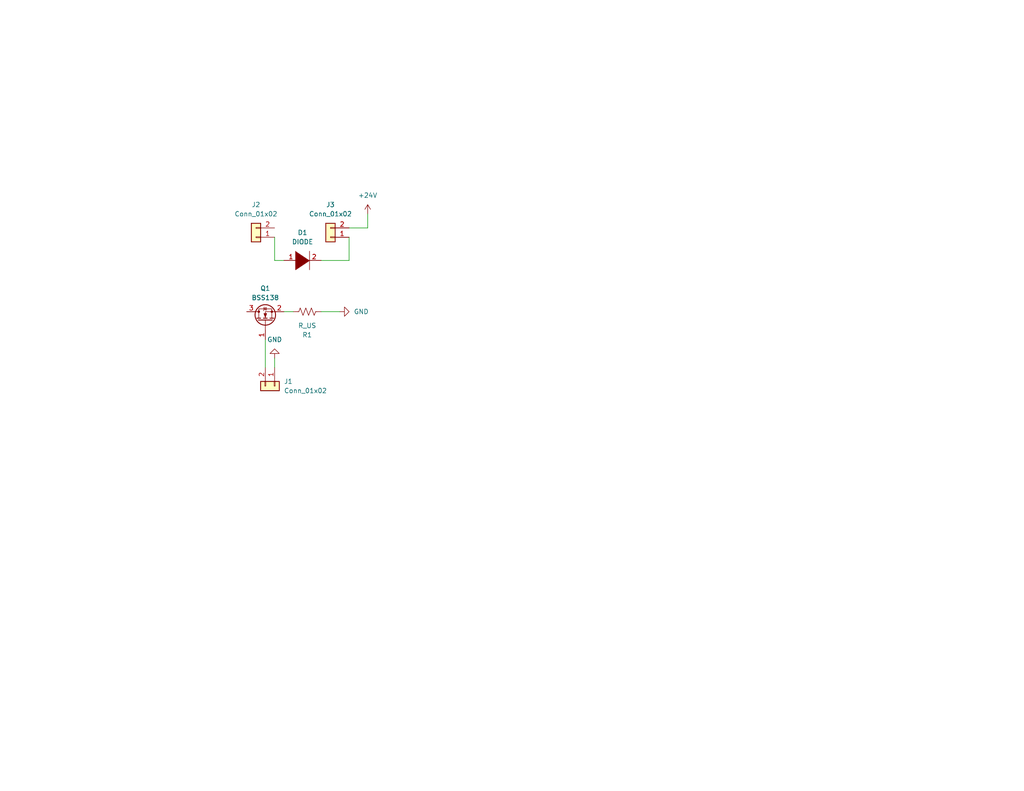
<source format=kicad_sch>
(kicad_sch (version 20231120) (generator "eeschema") (generator_version "8.0")
  (paper "USLetter")
  (title_block (title "Template") (date "2022-08-16") (rev "0.0") (company "Illini Solar Car") (comment 1 "Designed By: Your Name"))
  (lib_symbols
    (symbol "Connector_Generic:Conn_01x02" (pin_names (offset 1.016) hide)
      (property "Reference" "J" (at 0 2.54 0))
      (property "Value" "Conn_01x02" (at 0 -5.08 0))
      (symbol "Conn_01x02_1_1"
        (rectangle (start -1.27 -2.413) (end 0 -2.667) (stroke (width 0.1524)))
        (rectangle (start -1.27 0.127) (end 0 -0.127) (stroke (width 0.1524)))
        (rectangle (start -1.27 1.27) (end 1.27 -3.81) (stroke (width 0.254)) (fill (type background)))
        (pin passive line (at -5.08 0 0) (length 3.81) (name "Pin_1") (number "1"))
        (pin passive line (at -5.08 -2.54 0) (length 3.81) (name "Pin_2") (number "2"))
      )
    )
    (symbol "Device:R_US" (pin_numbers hide) (pin_names (offset 0))
      (property "Reference" "R" (at 2.54 0 90))
      (property "Value" "R_US" (at -2.54 0 90))
      (symbol "R_US_0_1"
        (polyline (pts (xy 0 -2.286) (xy 0 -2.54)))
        (polyline (pts (xy 0 2.286) (xy 0 2.54)))
        (polyline (pts (xy 0 -0.762) (xy 1.016 -1.143) (xy 0 -1.524) (xy -1.016 -1.905) (xy 0 -2.286)))
        (polyline (pts (xy 0 0.762) (xy 1.016 0.381) (xy 0 0) (xy -1.016 -0.381) (xy 0 -0.762)))
        (polyline (pts (xy 0 2.286) (xy 1.016 1.905) (xy 0 1.524) (xy -1.016 1.143) (xy 0 0.762)))
      )
      (symbol "R_US_1_1"
        (pin passive line (at 0 3.81 270) (length 1.27) (name "~") (number "1"))
        (pin passive line (at 0 -3.81 90) (length 1.27) (name "~") (number "2"))
      )
    )
    (symbol "Transistor_FET:BSS138" (pin_names hide)
      (property "Reference" "Q" (at 5.08 1.905 0))
      (property "Value" "BSS138" (at 5.08 0 0))
      (symbol "BSS138_0_1"
        (polyline (pts (xy 0.254 0) (xy -2.54 0)))
        (polyline (pts (xy 0.254 1.905) (xy 0.254 -1.905)) (stroke (width 0.254)))
        (polyline (pts (xy 0.762 -1.27) (xy 0.762 -2.286)) (stroke (width 0.254)))
        (polyline (pts (xy 0.762 0.508) (xy 0.762 -0.508)) (stroke (width 0.254)))
        (polyline (pts (xy 0.762 2.286) (xy 0.762 1.27)) (stroke (width 0.254)))
        (polyline (pts (xy 2.54 2.54) (xy 2.54 1.778)))
        (polyline (pts (xy 2.54 -2.54) (xy 2.54 0) (xy 0.762 0)))
        (polyline (pts (xy 0.762 -1.778) (xy 3.302 -1.778) (xy 3.302 1.778) (xy 0.762 1.778)))
        (polyline (pts (xy 1.016 0) (xy 2.032 0.381) (xy 2.032 -0.381) (xy 1.016 0)) (fill (type outline)))
        (polyline (pts (xy 2.794 0.508) (xy 2.921 0.381) (xy 3.683 0.381) (xy 3.81 0.254)))
        (polyline (pts (xy 3.302 0.381) (xy 2.921 -0.254) (xy 3.683 -0.254) (xy 3.302 0.381)))
        (circle (center 1.651 0) (radius 2.794) (stroke (width 0.254)))
        (circle (center 2.54 -1.778) (radius 0.254) (fill (type outline)))
        (circle (center 2.54 1.778) (radius 0.254) (fill (type outline)))
      )
      (symbol "BSS138_1_1"
        (pin input line (at -5.08 0 0) (length 2.54) (name "G") (number "1"))
        (pin passive line (at 2.54 -5.08 90) (length 2.54) (name "S") (number "2"))
        (pin passive line (at 2.54 5.08 270) (length 2.54) (name "D") (number "3"))
      )
    )
    (symbol "power:+24V" (power) (pin_names (offset 0))
      (property "Value" "+24V" (at 0 3.556 0))
      (symbol "+24V_0_1"
        (polyline (pts (xy -0.762 1.27) (xy 0 2.54)))
        (polyline (pts (xy 0 0) (xy 0 2.54)))
        (polyline (pts (xy 0 2.54) (xy 0.762 1.27)))
      )
      (symbol "+24V_1_1"
        (pin power_in line (at 0 0 90) (length 0) hide (name "+24V") (number "1"))
      )
    )
    (symbol "power:GND" (power) (pin_names (offset 0))
      (property "Value" "GND" (at 0 -3.81 0))
      (symbol "GND_0_1"
        (polyline (pts (xy 0 0) (xy 0 -1.27) (xy 1.27 -1.27) (xy 0 -2.54) (xy -1.27 -1.27) (xy 0 -1.27)))
      )
      (symbol "GND_1_1"
        (pin power_in line (at 0 0 270) (length 0) hide (name "GND") (number "1"))
      )
    )
    (symbol "pspice:DIODE" (pin_names (offset 1.016) hide)
      (property "Reference" "D" (at 0 3.81 0))
      (property "Value" "DIODE" (at 0 -4.445 0))
      (symbol "DIODE_0_1"
        (polyline (pts (xy 1.905 2.54) (xy 1.905 -2.54)))
        (polyline (pts (xy -1.905 2.54) (xy -1.905 -2.54) (xy 1.905 0)) (fill (type outline)))
      )
      (symbol "DIODE_1_1"
        (pin input line (at -5.08 0 0) (length 3.81) (name "K") (number "1"))
        (pin input line (at 5.08 0 180) (length 3.81) (name "A") (number "2"))
      )
    )
  )
  (wire (pts (xy 100.33 58.42) (xy 100.33 62.23)))
  (wire (pts (xy 95.25 71.12) (xy 87.63 71.12)))
  (wire (pts (xy 74.93 97.79) (xy 74.93 100.33)))
  (wire (pts (xy 72.39 92.71) (xy 72.39 100.33)))
  (wire (pts (xy 92.71 85.09) (xy 87.63 85.09)))
  (wire (pts (xy 74.93 71.12) (xy 74.93 64.77)))
  (wire (pts (xy 77.47 85.09) (xy 80.01 85.09)))
  (wire (pts (xy 95.25 64.77) (xy 95.25 71.12)))
  (wire (pts (xy 100.33 62.23) (xy 95.25 62.23)))
  (wire (pts (xy 77.47 71.12) (xy 74.93 71.12)))
  (symbol (lib_id "Connector_Generic:Conn_01x02") (at 74.93 105.41 270) (unit 1)
    (property "Reference" "J1" (at 77.47 104.1399 90) (effects (justify left)))
    (property "Value" "Conn_01x02" (at 77.47 106.6799 90) (effects (justify left)))
    (property "Description" "Generic connector, single row, 01x02, script generated (kicad-library-utils/schlib/autogen/connector/)" (effects (hide yes)))
  )
  (symbol (lib_id "power:GND") (at 92.71 85.09 90) (unit 1)
    (property "Reference" "#PWR03" (effects (hide yes)))
    (property "Value" "GND" (at 96.52 85.0901 90) (effects (justify right)))
    (property "Description" "Power symbol creates a global label with name \"GND\" , ground" (effects (hide yes)))
  )
  (symbol (lib_id "Connector_Generic:Conn_01x02") (at 69.85 64.77 180) (unit 1)
    (property "Reference" "J2" (at 69.85 55.88 0))
    (property "Value" "Conn_01x02" (at 69.85 58.42 0))
    (property "Description" "Generic connector, single row, 01x02, script generated (kicad-library-utils/schlib/autogen/connector/)" (effects (hide yes)))
  )
  (symbol (lib_id "power:+24V") (at 100.33 58.42 0) (unit 1)
    (property "Reference" "#PWR02" (effects (hide yes)))
    (property "Value" "+24V" (at 100.33 53.34 0))
    (property "Description" "Power symbol creates a global label with name \"+24V\"" (effects (hide yes)))
  )
  (symbol (lib_id "pspice:DIODE") (at 82.55 71.12 0) (unit 1)
    (property "Reference" "D1" (at 82.55 63.5 0))
    (property "Value" "DIODE" (at 82.55 66.04 0))
    (property "Description" "Diode symbol for simulation only. Pin order incompatible with official kicad footprints" (effects (hide yes)))
  )
  (symbol (lib_id "Device:R_US") (at 83.82 85.09 270) (unit 1)
    (property "Reference" "R1" (at 83.82 91.44 90))
    (property "Value" "R_US" (at 83.82 88.9 90))
    (property "Description" "Resistor, US symbol" (effects (hide yes)))
  )
  (symbol (lib_id "Connector_Generic:Conn_01x02") (at 90.17 64.77 180) (unit 1)
    (property "Reference" "J3" (at 90.17 55.88 0))
    (property "Value" "Conn_01x02" (at 90.17 58.42 0))
    (property "Description" "Generic connector, single row, 01x02, script generated (kicad-library-utils/schlib/autogen/connector/)" (effects (hide yes)))
  )
  (symbol (lib_id "power:GND") (at 74.93 97.79 180) (unit 1)
    (property "Reference" "#PWR01" (effects (hide yes)))
    (property "Value" "GND" (at 74.93 92.71 0))
    (property "Description" "Power symbol creates a global label with name \"GND\" , ground" (effects (hide yes)))
  )
  (symbol (lib_id "Transistor_FET:BSS138") (at 72.39 87.63 90) (unit 1)
    (property "Reference" "Q1" (at 72.39 78.74 90))
    (property "Value" "BSS138" (at 72.39 81.28 90))
    (property "Footprint" "Package_TO_SOT_SMD:SOT-23" (effects (hide yes)))
    (property "Datasheet" "https://www.onsemi.com/pub/Collateral/BSS138-D.PDF" (effects (hide yes)))
    (property "Description" "50V Vds, 0.22A Id, N-Channel MOSFET, SOT-23" (effects (hide yes)))
  )
)
</source>
